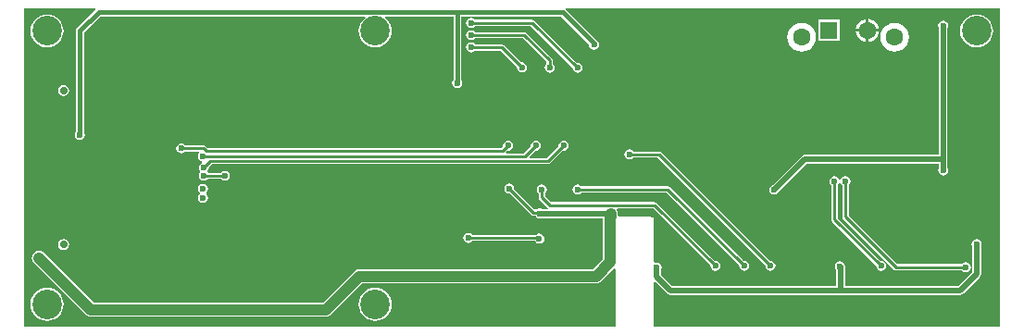
<source format=gbl>
G04*
G04 #@! TF.GenerationSoftware,Altium Limited,Altium Designer,19.0.10 (269)*
G04*
G04 Layer_Physical_Order=2*
G04 Layer_Color=16711680*
%FSLAX25Y25*%
%MOIN*%
G70*
G01*
G75*
%ADD12C,0.01968*%
%ADD16C,0.01000*%
%ADD56C,0.03937*%
%ADD57C,0.01575*%
%ADD59C,0.06299*%
%ADD60R,0.06299X0.06299*%
%ADD61C,0.10630*%
%ADD62C,0.02756*%
%ADD63C,0.02362*%
G36*
X352699Y1631D02*
X228346D01*
Y17732D01*
X228808Y17923D01*
X233110Y13622D01*
X233634Y13271D01*
X234252Y13149D01*
X338583D01*
X339201Y13271D01*
X339725Y13622D01*
X345630Y19527D01*
X345981Y20051D01*
X346104Y20669D01*
Y30708D01*
X346166Y30801D01*
X346304Y31496D01*
X346166Y32191D01*
X345772Y32780D01*
X345183Y33174D01*
X344488Y33312D01*
X343793Y33174D01*
X343204Y32780D01*
X342810Y32191D01*
X342672Y31496D01*
X342810Y30801D01*
X342873Y30708D01*
Y21338D01*
X337914Y16379D01*
X297151D01*
Y23279D01*
X297029Y23897D01*
X297017Y23914D01*
X296953Y24235D01*
X296560Y24824D01*
X295971Y25217D01*
X295276Y25356D01*
X294581Y25217D01*
X293991Y24824D01*
X293598Y24235D01*
X293460Y23540D01*
X293598Y22845D01*
X293921Y22361D01*
Y16379D01*
X234921D01*
X230946Y20354D01*
Y22200D01*
X231009Y22294D01*
X231147Y22988D01*
X231009Y23683D01*
X230615Y24273D01*
X230026Y24666D01*
X229331Y24804D01*
X228847Y24708D01*
X228346Y25028D01*
Y40966D01*
X227471Y40958D01*
X227002Y41271D01*
X226378Y41395D01*
X216142Y41395D01*
X215831Y41333D01*
X215784Y41341D01*
X215338Y41706D01*
Y42435D01*
X215250Y43105D01*
X214991Y43730D01*
X214874Y43882D01*
X215121Y44382D01*
X228020D01*
X248588Y23814D01*
X248550Y23622D01*
X248688Y22927D01*
X249082Y22338D01*
X249671Y21944D01*
X250366Y21806D01*
X251061Y21944D01*
X251650Y22338D01*
X252044Y22927D01*
X252182Y23622D01*
X252044Y24317D01*
X251650Y24906D01*
X251061Y25300D01*
X250366Y25438D01*
X250174Y25400D01*
X229278Y46296D01*
X228914Y46539D01*
X228485Y46625D01*
X228485Y46625D01*
X191182D01*
X189081Y48725D01*
Y49821D01*
X189244Y49929D01*
X189637Y50519D01*
X189776Y51214D01*
X189637Y51908D01*
X189244Y52498D01*
X188655Y52891D01*
X187960Y53029D01*
X187265Y52891D01*
X186676Y52498D01*
X186282Y51908D01*
X186144Y51214D01*
X186282Y50519D01*
X186676Y49929D01*
X186838Y49821D01*
Y48261D01*
X186838Y48261D01*
X186924Y47831D01*
X187167Y47468D01*
X189924Y44710D01*
X189924Y44710D01*
X190164Y44550D01*
X190017Y44050D01*
X188280D01*
X187963Y44261D01*
X187268Y44399D01*
X186574Y44261D01*
X186131Y43966D01*
X185277D01*
X177959Y51284D01*
X177997Y51475D01*
X177859Y52170D01*
X177465Y52759D01*
X176876Y53153D01*
X176181Y53291D01*
X175486Y53153D01*
X174897Y52759D01*
X174503Y52170D01*
X174365Y51475D01*
X174503Y50780D01*
X174897Y50191D01*
X175486Y49798D01*
X176181Y49659D01*
X176373Y49698D01*
X184019Y42051D01*
X184019Y42051D01*
X184383Y41808D01*
X184812Y41723D01*
X185702D01*
X185984Y41299D01*
X186574Y40906D01*
X187268Y40767D01*
X187530Y40819D01*
X209982D01*
Y26048D01*
X206407Y22472D01*
X122244D01*
X121573Y22384D01*
X120949Y22125D01*
X120412Y21714D01*
X109163Y10465D01*
X26664D01*
X8722Y28407D01*
X8185Y28818D01*
X7560Y29077D01*
X6890Y29166D01*
X6219Y29077D01*
X5594Y28818D01*
X5058Y28407D01*
X4646Y27870D01*
X4387Y27245D01*
X4299Y26575D01*
X4387Y25904D01*
X4646Y25280D01*
X5058Y24743D01*
X23759Y6042D01*
X24295Y5630D01*
X24920Y5372D01*
X25591Y5283D01*
X110236D01*
X110907Y5372D01*
X111531Y5630D01*
X112068Y6042D01*
X123317Y17291D01*
X207480D01*
X208151Y17379D01*
X208776Y17638D01*
X209312Y18050D01*
X214010Y22748D01*
X214510Y22541D01*
X214510Y1631D01*
X1631D01*
Y116479D01*
X27217D01*
X27369Y115979D01*
X27356Y115970D01*
X20653Y109268D01*
X20347Y108809D01*
X20239Y108268D01*
Y71955D01*
X19976Y71561D01*
X19838Y70866D01*
X19976Y70171D01*
X20369Y69582D01*
X20959Y69188D01*
X21654Y69050D01*
X22348Y69188D01*
X22938Y69582D01*
X23331Y70171D01*
X23470Y70866D01*
X23331Y71561D01*
X23068Y71955D01*
Y107682D01*
X28942Y113556D01*
X124284D01*
X124463Y113056D01*
X123750Y112470D01*
X123011Y111570D01*
X122462Y110542D01*
X122123Y109427D01*
X122009Y108268D01*
X122123Y107108D01*
X122462Y105993D01*
X123011Y104966D01*
X123750Y104065D01*
X124651Y103326D01*
X125678Y102777D01*
X126793Y102438D01*
X127953Y102324D01*
X129112Y102438D01*
X130227Y102777D01*
X131255Y103326D01*
X132156Y104065D01*
X132895Y104966D01*
X133444Y105993D01*
X133782Y107108D01*
X133896Y108268D01*
X133782Y109427D01*
X133444Y110542D01*
X132895Y111570D01*
X132156Y112470D01*
X131443Y113056D01*
X131622Y113556D01*
X156066D01*
Y90656D01*
X155803Y90262D01*
X155664Y89567D01*
X155803Y88872D01*
X156196Y88283D01*
X156785Y87889D01*
X157480Y87751D01*
X158175Y87889D01*
X158764Y88283D01*
X159158Y88872D01*
X159296Y89567D01*
X159158Y90262D01*
X158895Y90656D01*
Y113556D01*
X194852D01*
X204907Y103500D01*
X204877Y103347D01*
X205015Y102652D01*
X205409Y102062D01*
X205998Y101669D01*
X206693Y101531D01*
X207388Y101669D01*
X207977Y102062D01*
X208371Y102652D01*
X208509Y103347D01*
X208371Y104041D01*
X207977Y104631D01*
X207388Y105024D01*
X207383Y105025D01*
X196438Y115970D01*
X196425Y115979D01*
X196577Y116479D01*
X352699D01*
Y1631D01*
D02*
G37*
%LPC*%
G36*
X305618Y112664D02*
Y109044D01*
X309238D01*
X309161Y109627D01*
X308743Y110637D01*
X308078Y111504D01*
X307211Y112169D01*
X306201Y112587D01*
X305618Y112664D01*
D02*
G37*
G36*
X304618D02*
X304035Y112587D01*
X303025Y112169D01*
X302159Y111504D01*
X301493Y110637D01*
X301075Y109627D01*
X300998Y109044D01*
X304618D01*
Y112664D01*
D02*
G37*
G36*
X295088Y112294D02*
X287589D01*
Y104795D01*
X295088D01*
Y112294D01*
D02*
G37*
G36*
X309238Y108044D02*
X305618D01*
Y104425D01*
X306201Y104501D01*
X307211Y104919D01*
X308078Y105585D01*
X308743Y106451D01*
X309161Y107461D01*
X309238Y108044D01*
D02*
G37*
G36*
X304618D02*
X300998D01*
X301075Y107461D01*
X301493Y106451D01*
X302159Y105585D01*
X303025Y104919D01*
X304035Y104501D01*
X304618Y104425D01*
Y108044D01*
D02*
G37*
G36*
X344488Y114211D02*
X343329Y114097D01*
X342214Y113759D01*
X341186Y113210D01*
X340285Y112470D01*
X339546Y111570D01*
X338997Y110542D01*
X338659Y109427D01*
X338545Y108268D01*
X338659Y107108D01*
X338997Y105993D01*
X339546Y104966D01*
X340285Y104065D01*
X341186Y103326D01*
X342214Y102777D01*
X343329Y102438D01*
X344488Y102324D01*
X345648Y102438D01*
X346763Y102777D01*
X347790Y103326D01*
X348691Y104065D01*
X349430Y104966D01*
X349979Y105993D01*
X350318Y107108D01*
X350432Y108268D01*
X350318Y109427D01*
X349979Y110542D01*
X349430Y111570D01*
X348691Y112470D01*
X347790Y113210D01*
X346763Y113759D01*
X345648Y114097D01*
X344488Y114211D01*
D02*
G37*
G36*
X9843Y114211D02*
X8683Y114097D01*
X7568Y113759D01*
X6540Y113210D01*
X5640Y112470D01*
X4901Y111570D01*
X4351Y110542D01*
X4013Y109427D01*
X3899Y108268D01*
X4013Y107108D01*
X4351Y105993D01*
X4901Y104966D01*
X5640Y104065D01*
X6540Y103326D01*
X7568Y102777D01*
X8683Y102438D01*
X9843Y102324D01*
X11002Y102438D01*
X12117Y102777D01*
X13145Y103326D01*
X14045Y104065D01*
X14784Y104966D01*
X15334Y105993D01*
X15672Y107108D01*
X15786Y108268D01*
X15672Y109427D01*
X15334Y110542D01*
X14784Y111570D01*
X14045Y112470D01*
X13145Y113210D01*
X12117Y113759D01*
X11002Y114097D01*
X9843Y114211D01*
D02*
G37*
G36*
X314961Y111236D02*
X313622Y111059D01*
X312375Y110543D01*
X311304Y109721D01*
X310482Y108650D01*
X309965Y107402D01*
X309789Y106064D01*
X309965Y104725D01*
X310482Y103478D01*
X311304Y102407D01*
X312375Y101585D01*
X313622Y101068D01*
X314961Y100892D01*
X316299Y101068D01*
X317547Y101585D01*
X318618Y102407D01*
X319440Y103478D01*
X319956Y104725D01*
X320132Y106064D01*
X319956Y107402D01*
X319440Y108650D01*
X318618Y109721D01*
X317547Y110543D01*
X316299Y111059D01*
X314961Y111236D01*
D02*
G37*
G36*
X281496D02*
X280157Y111059D01*
X278910Y110543D01*
X277839Y109721D01*
X277017Y108650D01*
X276501Y107402D01*
X276324Y106064D01*
X276501Y104725D01*
X277017Y103478D01*
X277839Y102407D01*
X278910Y101585D01*
X280157Y101068D01*
X281496Y100892D01*
X282835Y101068D01*
X284082Y101585D01*
X285153Y102407D01*
X285975Y103478D01*
X286492Y104725D01*
X286668Y106064D01*
X286492Y107402D01*
X285975Y108650D01*
X285153Y109721D01*
X284082Y110543D01*
X282835Y111059D01*
X281496Y111236D01*
D02*
G37*
G36*
X162402Y104178D02*
X161707Y104040D01*
X161117Y103646D01*
X160724Y103057D01*
X160586Y102362D01*
X160724Y101667D01*
X161117Y101078D01*
X161707Y100684D01*
X162402Y100546D01*
X163096Y100684D01*
X163686Y101078D01*
X163794Y101241D01*
X173071D01*
X178942Y95369D01*
X178904Y95178D01*
X179042Y94483D01*
X179436Y93893D01*
X180025Y93500D01*
X180720Y93362D01*
X181415Y93500D01*
X182004Y93893D01*
X182397Y94483D01*
X182536Y95178D01*
X182397Y95873D01*
X182004Y96462D01*
X181415Y96855D01*
X180720Y96994D01*
X180528Y96956D01*
X174328Y103155D01*
X173964Y103398D01*
X173535Y103484D01*
X173535Y103484D01*
X163794D01*
X163686Y103646D01*
X163096Y104040D01*
X162402Y104178D01*
D02*
G37*
G36*
Y113037D02*
X161707Y112898D01*
X161117Y112505D01*
X160724Y111915D01*
X160586Y111221D01*
X160724Y110526D01*
X161117Y109936D01*
X161707Y109543D01*
X162402Y109405D01*
X163096Y109543D01*
X163686Y109936D01*
X163794Y110099D01*
X184016D01*
X198942Y95173D01*
X198904Y94981D01*
X199042Y94286D01*
X199436Y93697D01*
X200025Y93303D01*
X200720Y93165D01*
X201415Y93303D01*
X202004Y93697D01*
X202397Y94286D01*
X202536Y94981D01*
X202397Y95676D01*
X202004Y96265D01*
X201415Y96659D01*
X200720Y96797D01*
X200528Y96759D01*
X185273Y112013D01*
X184909Y112257D01*
X184480Y112342D01*
X184480Y112342D01*
X163794D01*
X163686Y112505D01*
X163096Y112898D01*
X162402Y113037D01*
D02*
G37*
G36*
Y108588D02*
X161707Y108449D01*
X161117Y108056D01*
X160724Y107467D01*
X160586Y106772D01*
X160724Y106077D01*
X161117Y105488D01*
X161707Y105094D01*
X162402Y104956D01*
X163096Y105094D01*
X163686Y105488D01*
X163794Y105650D01*
X181158D01*
X189598Y97209D01*
Y96373D01*
X189436Y96265D01*
X189042Y95676D01*
X188904Y94981D01*
X189042Y94286D01*
X189436Y93697D01*
X190025Y93303D01*
X190720Y93165D01*
X191415Y93303D01*
X192004Y93697D01*
X192397Y94286D01*
X192536Y94981D01*
X192397Y95676D01*
X192004Y96265D01*
X191841Y96373D01*
Y97674D01*
X191841Y97674D01*
X191756Y98103D01*
X191513Y98467D01*
X182415Y107565D01*
X182051Y107808D01*
X181622Y107893D01*
X181622Y107893D01*
X163794D01*
X163686Y108056D01*
X163096Y108449D01*
X162402Y108588D01*
D02*
G37*
G36*
X15748Y88828D02*
X14976Y88674D01*
X14322Y88237D01*
X13885Y87583D01*
X13731Y86811D01*
X13885Y86039D01*
X14322Y85385D01*
X14976Y84948D01*
X15748Y84794D01*
X16520Y84948D01*
X17174Y85385D01*
X17611Y86039D01*
X17765Y86811D01*
X17611Y87583D01*
X17174Y88237D01*
X16520Y88674D01*
X15748Y88828D01*
D02*
G37*
G36*
X195720Y68745D02*
X195025Y68607D01*
X194436Y68213D01*
X194042Y67624D01*
X193904Y66929D01*
X193942Y66737D01*
X189718Y62514D01*
X183544D01*
X183352Y62976D01*
X185528Y65151D01*
X185720Y65113D01*
X186415Y65251D01*
X187004Y65645D01*
X187398Y66234D01*
X187536Y66929D01*
X187398Y67624D01*
X187004Y68213D01*
X186415Y68607D01*
X185720Y68745D01*
X185025Y68607D01*
X184436Y68213D01*
X184042Y67624D01*
X183904Y66929D01*
X183942Y66737D01*
X181318Y64114D01*
X175198D01*
X174990Y64614D01*
X175528Y65151D01*
X175720Y65113D01*
X176415Y65251D01*
X177004Y65645D01*
X177398Y66234D01*
X177536Y66929D01*
X177398Y67624D01*
X177004Y68213D01*
X176415Y68607D01*
X175720Y68745D01*
X175025Y68607D01*
X174436Y68213D01*
X174042Y67624D01*
X173904Y66929D01*
X173942Y66737D01*
X173287Y66082D01*
X67667D01*
X67011Y66738D01*
X66647Y66981D01*
X66218Y67066D01*
X66218Y67066D01*
X59464D01*
X59355Y67229D01*
X58766Y67623D01*
X58071Y67761D01*
X57376Y67623D01*
X56787Y67229D01*
X56393Y66640D01*
X56255Y65945D01*
X56393Y65250D01*
X56787Y64661D01*
X57376Y64267D01*
X58071Y64129D01*
X58766Y64267D01*
X59355Y64661D01*
X59464Y64823D01*
X64580D01*
X64731Y64323D01*
X64661Y64276D01*
X64267Y63687D01*
X64129Y62992D01*
X64267Y62297D01*
X64661Y61708D01*
X65250Y61314D01*
X65521Y61260D01*
X65589Y60917D01*
X65574Y60740D01*
X65030Y60377D01*
X64636Y59787D01*
X64498Y59092D01*
X64636Y58398D01*
X64947Y57932D01*
X64998Y57597D01*
X64947Y57262D01*
X64636Y56797D01*
X64498Y56102D01*
X64636Y55407D01*
X65030Y54818D01*
X65619Y54425D01*
X66314Y54286D01*
X67009Y54425D01*
X67598Y54818D01*
X67707Y54981D01*
X72426D01*
X72535Y54818D01*
X73124Y54425D01*
X73819Y54286D01*
X74514Y54425D01*
X75103Y54818D01*
X75497Y55407D01*
X75635Y56102D01*
X75497Y56797D01*
X75103Y57386D01*
X74514Y57780D01*
X73819Y57918D01*
X73124Y57780D01*
X72535Y57386D01*
X72426Y57224D01*
X67944D01*
X67645Y57699D01*
X67681Y57932D01*
X67992Y58398D01*
X68130Y59092D01*
X68092Y59284D01*
X69078Y60271D01*
X190183D01*
X190183Y60271D01*
X190612Y60356D01*
X190976Y60599D01*
X195528Y65151D01*
X195720Y65113D01*
X196415Y65251D01*
X197004Y65645D01*
X197397Y66234D01*
X197536Y66929D01*
X197397Y67624D01*
X197004Y68213D01*
X196415Y68607D01*
X195720Y68745D01*
D02*
G37*
G36*
X332382Y112052D02*
X331687Y111914D01*
X331098Y111520D01*
X330704Y110931D01*
X330566Y110236D01*
X330704Y109541D01*
X330767Y109448D01*
Y63623D01*
X282537D01*
X281919Y63500D01*
X281395Y63150D01*
X271069Y52824D01*
X270959Y52802D01*
X270369Y52408D01*
X269976Y51819D01*
X269838Y51124D01*
X269976Y50429D01*
X270369Y49840D01*
X270959Y49446D01*
X271654Y49308D01*
X272348Y49446D01*
X272938Y49840D01*
X273331Y50429D01*
X273353Y50540D01*
X283206Y60393D01*
X330767D01*
Y58859D01*
X330704Y58766D01*
X330566Y58071D01*
X330704Y57376D01*
X331098Y56787D01*
X331687Y56393D01*
X332382Y56255D01*
X333077Y56393D01*
X333666Y56787D01*
X334060Y57376D01*
X334198Y58071D01*
X334060Y58766D01*
X333997Y58859D01*
Y62008D01*
Y109448D01*
X334060Y109541D01*
X334198Y110236D01*
X334060Y110931D01*
X333666Y111520D01*
X333077Y111914D01*
X332382Y112052D01*
D02*
G37*
G36*
X297244Y55950D02*
X296549Y55812D01*
X295960Y55418D01*
X295566Y54829D01*
X295531Y54649D01*
X295021D01*
X294985Y54829D01*
X294591Y55418D01*
X294002Y55812D01*
X293307Y55950D01*
X292612Y55812D01*
X292023Y55418D01*
X291629Y54829D01*
X291491Y54134D01*
X291629Y53439D01*
X292023Y52850D01*
X292185Y52741D01*
Y40354D01*
X292185Y40354D01*
X292271Y39925D01*
X292514Y39561D01*
X308261Y23814D01*
X308223Y23622D01*
X308362Y22927D01*
X308755Y22338D01*
X309344Y21944D01*
X310039Y21806D01*
X310734Y21944D01*
X311323Y22338D01*
X311717Y22927D01*
X311855Y23622D01*
X311717Y24317D01*
X311323Y24906D01*
X310734Y25300D01*
X310039Y25438D01*
X309848Y25400D01*
X294429Y40819D01*
Y52741D01*
X294591Y52850D01*
X294985Y53439D01*
X295021Y53619D01*
X295531D01*
X295566Y53439D01*
X295960Y52850D01*
X296123Y52741D01*
Y41339D01*
X296123Y41339D01*
X296208Y40909D01*
X296451Y40545D01*
X314604Y22392D01*
X314968Y22149D01*
X315397Y22064D01*
X315397Y22064D01*
X339159D01*
X339267Y21901D01*
X339856Y21508D01*
X340551Y21369D01*
X341246Y21508D01*
X341835Y21901D01*
X342229Y22490D01*
X342367Y23185D01*
X342229Y23880D01*
X341835Y24469D01*
X341246Y24863D01*
X340551Y25001D01*
X339856Y24863D01*
X339267Y24469D01*
X339159Y24307D01*
X315862D01*
X298366Y41803D01*
Y52741D01*
X298528Y52850D01*
X298922Y53439D01*
X299060Y54134D01*
X298922Y54829D01*
X298528Y55418D01*
X297939Y55812D01*
X297244Y55950D01*
D02*
G37*
G36*
X65875Y53201D02*
X65180Y53063D01*
X64591Y52669D01*
X64198Y52080D01*
X64059Y51385D01*
X64198Y50690D01*
X64591Y50101D01*
X64692Y50033D01*
Y49630D01*
X64633Y49471D01*
X64267Y48923D01*
X64129Y48228D01*
X64267Y47533D01*
X64661Y46944D01*
X65250Y46551D01*
X65945Y46412D01*
X66640Y46551D01*
X67229Y46944D01*
X67623Y47533D01*
X67761Y48228D01*
X67623Y48923D01*
X67229Y49512D01*
X67128Y49580D01*
Y49983D01*
X67187Y50142D01*
X67553Y50690D01*
X67691Y51385D01*
X67553Y52080D01*
X67159Y52669D01*
X66570Y53063D01*
X65875Y53201D01*
D02*
G37*
G36*
X161417Y35477D02*
X160722Y35339D01*
X160133Y34945D01*
X159740Y34356D01*
X159601Y33661D01*
X159740Y32967D01*
X160133Y32377D01*
X160722Y31984D01*
X161417Y31845D01*
X162112Y31984D01*
X162701Y32377D01*
X162887Y32656D01*
X185406D01*
X185724Y32181D01*
X186313Y31787D01*
X187008Y31649D01*
X187703Y31787D01*
X188292Y32181D01*
X188686Y32770D01*
X188824Y33465D01*
X188686Y34159D01*
X188292Y34749D01*
X187703Y35142D01*
X187008Y35281D01*
X186313Y35142D01*
X185948Y34899D01*
X162733D01*
X162701Y34945D01*
X162112Y35339D01*
X161417Y35477D01*
D02*
G37*
G36*
X15748Y33316D02*
X14976Y33162D01*
X14322Y32725D01*
X13885Y32071D01*
X13731Y31299D01*
X13885Y30527D01*
X14322Y29873D01*
X14976Y29436D01*
X15748Y29283D01*
X16520Y29436D01*
X17174Y29873D01*
X17611Y30527D01*
X17765Y31299D01*
X17611Y32071D01*
X17174Y32725D01*
X16520Y33162D01*
X15748Y33316D01*
D02*
G37*
G36*
X219488Y65615D02*
X218793Y65477D01*
X218204Y65083D01*
X217810Y64494D01*
X217672Y63799D01*
X217810Y63104D01*
X218204Y62515D01*
X218793Y62121D01*
X219488Y61983D01*
X220183Y62121D01*
X220772Y62515D01*
X220881Y62678D01*
X229670D01*
X268533Y23814D01*
X268495Y23622D01*
X268634Y22927D01*
X269027Y22338D01*
X269616Y21944D01*
X270311Y21806D01*
X271006Y21944D01*
X271595Y22338D01*
X271989Y22927D01*
X272127Y23622D01*
X271989Y24317D01*
X271595Y24906D01*
X271006Y25300D01*
X270311Y25438D01*
X270120Y25400D01*
X230927Y64592D01*
X230563Y64835D01*
X230134Y64921D01*
X230134Y64921D01*
X220881D01*
X220772Y65083D01*
X220183Y65477D01*
X219488Y65615D01*
D02*
G37*
G36*
X200720Y52997D02*
X200025Y52859D01*
X199436Y52465D01*
X199042Y51876D01*
X198904Y51181D01*
X199042Y50486D01*
X199436Y49897D01*
X200025Y49503D01*
X200720Y49365D01*
X201415Y49503D01*
X202004Y49897D01*
X202113Y50060D01*
X232803D01*
X259049Y23814D01*
X259011Y23622D01*
X259149Y22927D01*
X259543Y22338D01*
X260132Y21944D01*
X260827Y21806D01*
X261522Y21944D01*
X262111Y22338D01*
X262505Y22927D01*
X262643Y23622D01*
X262505Y24317D01*
X262111Y24906D01*
X261522Y25300D01*
X260827Y25438D01*
X260635Y25400D01*
X234061Y51974D01*
X233697Y52217D01*
X233268Y52303D01*
X233268Y52303D01*
X202113D01*
X202004Y52465D01*
X201415Y52859D01*
X200720Y52997D01*
D02*
G37*
G36*
X127953Y15786D02*
X126793Y15672D01*
X125678Y15334D01*
X124651Y14784D01*
X123750Y14045D01*
X123011Y13145D01*
X122462Y12117D01*
X122123Y11002D01*
X122009Y9843D01*
X122123Y8683D01*
X122462Y7568D01*
X123011Y6540D01*
X123750Y5640D01*
X124651Y4901D01*
X125678Y4351D01*
X126793Y4013D01*
X127953Y3899D01*
X129112Y4013D01*
X130227Y4351D01*
X131255Y4901D01*
X132156Y5640D01*
X132895Y6540D01*
X133444Y7568D01*
X133782Y8683D01*
X133896Y9843D01*
X133782Y11002D01*
X133444Y12117D01*
X132895Y13145D01*
X132156Y14045D01*
X131255Y14784D01*
X130227Y15334D01*
X129112Y15672D01*
X127953Y15786D01*
D02*
G37*
G36*
X9843D02*
X8683Y15672D01*
X7568Y15334D01*
X6540Y14784D01*
X5640Y14045D01*
X4901Y13145D01*
X4351Y12117D01*
X4013Y11002D01*
X3899Y9843D01*
X4013Y8683D01*
X4351Y7568D01*
X4901Y6540D01*
X5640Y5640D01*
X6540Y4901D01*
X7568Y4351D01*
X8683Y4013D01*
X9843Y3899D01*
X11002Y4013D01*
X12117Y4351D01*
X13145Y4901D01*
X14045Y5640D01*
X14784Y6540D01*
X15334Y7568D01*
X15672Y8683D01*
X15786Y9843D01*
X15672Y11002D01*
X15334Y12117D01*
X14784Y13145D01*
X14045Y14045D01*
X13145Y14784D01*
X12117Y15334D01*
X11002Y15672D01*
X9843Y15786D01*
D02*
G37*
%LPD*%
D12*
X187417Y42435D02*
X212747D01*
X282537Y62008D02*
X332382D01*
X271654Y51124D02*
X282537Y62008D01*
X332382Y58071D02*
Y62008D01*
Y110236D01*
X234252Y14764D02*
X295536D01*
X229331Y19685D02*
X234252Y14764D01*
X229331Y19685D02*
Y22988D01*
X295536Y14764D02*
X338583D01*
X295536D02*
Y23279D01*
X338583Y14764D02*
X344488Y20669D01*
Y31496D01*
X295276Y23540D02*
X295536Y23279D01*
D16*
X176181Y51124D02*
X176532D01*
X184812Y42844D01*
X187268Y42584D02*
X187417Y42435D01*
X186639Y33465D02*
X187008D01*
X161533Y33777D02*
X186327D01*
X187008Y42844D02*
X187268Y42584D01*
X184812Y42844D02*
X187008D01*
X67202Y64961D02*
X173751D01*
X66218Y65945D02*
X67202Y64961D01*
X173751D02*
X175720Y66929D01*
X58071Y65945D02*
X66218D01*
X161417Y33661D02*
X161533Y33777D01*
X186327D02*
X186639Y33465D01*
X228485Y45503D02*
X250366Y23622D01*
X190717Y45503D02*
X228485D01*
X65945Y62992D02*
X181783D01*
X68613Y61392D02*
X190183D01*
X66314Y59092D02*
X68613Y61392D01*
X181783Y62992D02*
X185720Y66929D01*
X190183Y61392D02*
X195720Y66929D01*
X66314Y56102D02*
X73819D01*
X315397Y23185D02*
X340551D01*
X297244Y41339D02*
X315397Y23185D01*
X297244Y41339D02*
Y54134D01*
X293307Y40354D02*
Y54134D01*
X181622Y106772D02*
X190720Y97674D01*
X162402Y106772D02*
X181622D01*
X184480Y111221D02*
X200720Y94981D01*
X230134Y63799D02*
X270311Y23622D01*
X219488Y63799D02*
X230134D01*
X162402Y102362D02*
X173535D01*
X187960Y48261D02*
X190717Y45503D01*
X187960Y48261D02*
Y51214D01*
X162402Y111221D02*
X184480D01*
X190720Y94981D02*
Y97674D01*
X173535Y102362D02*
X180720Y95178D01*
X233268Y51181D02*
X260827Y23622D01*
X200720Y51181D02*
X233268D01*
X293307Y40354D02*
X310039Y23622D01*
D56*
X122244Y19882D02*
X207480D01*
X110236Y7874D02*
X122244Y19882D01*
X207480D02*
X212573Y24975D01*
X25591Y7874D02*
X110236D01*
X6890Y26575D02*
X25591Y7874D01*
X212573Y24975D02*
Y41242D01*
X212747Y41416D01*
Y42435D01*
D57*
X157480Y114970D02*
X195438D01*
X157480Y89567D02*
Y114970D01*
X195438D02*
X206693Y103715D01*
X28356Y114970D02*
X157480D01*
X21654Y108268D02*
X28356Y114970D01*
X21654Y70866D02*
Y108268D01*
D59*
X314961Y106064D02*
D03*
X281496D02*
D03*
X305118Y108544D02*
D03*
D60*
X291339D02*
D03*
D61*
X9843Y9843D02*
D03*
X127953D02*
D03*
Y108268D02*
D03*
X9843D02*
D03*
X344488Y108268D02*
D03*
D62*
X15748Y31299D02*
D03*
Y86811D02*
D03*
D63*
X161811Y37795D02*
D03*
X189370D02*
D03*
X187008Y33465D02*
D03*
X327165Y92913D02*
D03*
X313386Y65354D02*
D03*
X299606Y92913D02*
D03*
X272047D02*
D03*
X244488D02*
D03*
X216929D02*
D03*
X203150Y65354D02*
D03*
Y10236D02*
D03*
X175591D02*
D03*
X148031D02*
D03*
X134252Y37795D02*
D03*
X120473Y10236D02*
D03*
X106693Y92913D02*
D03*
Y37795D02*
D03*
X79134Y92913D02*
D03*
Y37795D02*
D03*
X51575Y92913D02*
D03*
X37795Y65354D02*
D03*
X6890Y26575D02*
D03*
X21654Y35433D02*
D03*
Y41079D02*
D03*
X34449Y76772D02*
D03*
Y82677D02*
D03*
X179528Y41079D02*
D03*
X200720Y66929D02*
D03*
X58071Y65945D02*
D03*
X65945Y62992D02*
D03*
X66314Y59092D02*
D03*
Y56102D02*
D03*
X65875Y51385D02*
D03*
X65945Y48228D02*
D03*
X271654Y51124D02*
D03*
X332382Y110236D02*
D03*
X256053Y108268D02*
D03*
X180720Y104448D02*
D03*
X200720Y94981D02*
D03*
X219488Y63799D02*
D03*
X163386Y79724D02*
D03*
X162402Y102362D02*
D03*
X73819Y56102D02*
D03*
X162402Y111221D02*
D03*
X69595Y68898D02*
D03*
X162402Y106772D02*
D03*
X157480Y89567D02*
D03*
X21654Y70866D02*
D03*
X212747Y42435D02*
D03*
X161417Y33661D02*
D03*
X249016Y108268D02*
D03*
X62295Y68898D02*
D03*
X257835Y54134D02*
D03*
X275590Y31890D02*
D03*
X290394Y23622D02*
D03*
X300197Y23540D02*
D03*
X350394Y23622D02*
D03*
X316531Y39764D02*
D03*
X325570Y32480D02*
D03*
X339409Y37500D02*
D03*
X326772Y58071D02*
D03*
X4921Y90551D02*
D03*
X214567Y76772D02*
D03*
X193280Y51181D02*
D03*
X187960Y51214D02*
D03*
X169783Y51475D02*
D03*
X181468D02*
D03*
X176181D02*
D03*
X72835Y36417D02*
D03*
Y29193D02*
D03*
X44291Y18701D02*
D03*
X260827Y37402D02*
D03*
X245079Y32677D02*
D03*
X332382Y58071D02*
D03*
X190720Y94981D02*
D03*
X206693Y103347D02*
D03*
X185720Y66929D02*
D03*
X175720D02*
D03*
X187268Y42584D02*
D03*
X344488Y31496D02*
D03*
X295276Y23540D02*
D03*
X229331Y22988D02*
D03*
X297244Y54134D02*
D03*
X293307D02*
D03*
X180720Y95178D02*
D03*
X195720Y66929D02*
D03*
X200720Y51181D02*
D03*
X340551Y23185D02*
D03*
X310039Y23622D02*
D03*
X270311D02*
D03*
X260827D02*
D03*
X250366Y23622D02*
D03*
M02*

</source>
